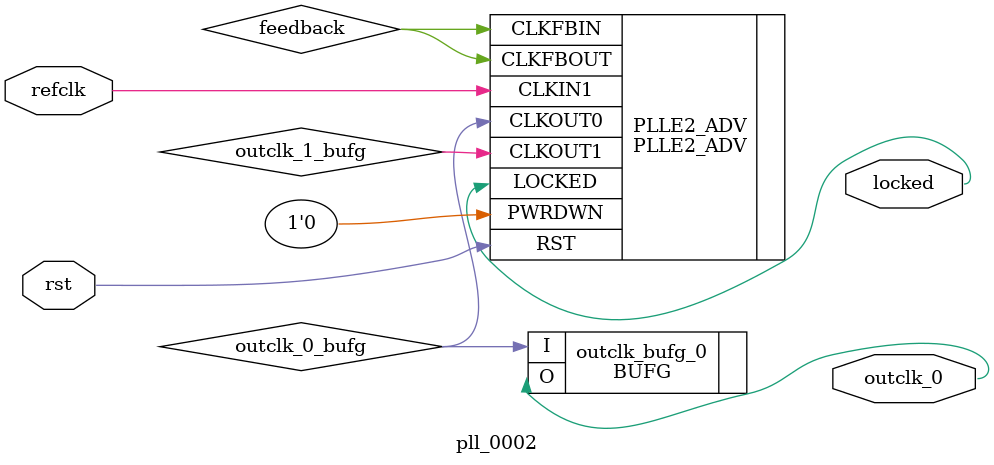
<source format=v>

`timescale 1ns/10ps
module  pll_0002(
	input wire refclk,
	input wire rst,
	output wire outclk_0,
	output wire locked
);

	wire feedback;

	wire outclk_0_bufg;
	
	PLLE2_ADV #(
		.CLKFBOUT_MULT(6'd32),
		.CLKIN1_PERIOD(20.0),
		.CLKOUT0_DIVIDE(7'd40), // 40 MHz ~= 50 MHz * 32 / 40
		.CLKOUT0_PHASE(1'd0),
		.DIVCLK_DIVIDE(1'd1),
		.REF_JITTER1(0.01),
		.STARTUP_WAIT("FALSE")
	) PLLE2_ADV (
		.CLKFBIN(feedback),
		.CLKIN1(refclk),
		.PWRDWN(1'b0),
		.RST(rst),
		.CLKFBOUT(feedback),
		.CLKOUT0(outclk_0_bufg),
		.CLKOUT1(outclk_1_bufg),
		.LOCKED(locked)
	);

	BUFG outclk_bufg_0 (.I(outclk_0_bufg), .O(outclk_0));
endmodule
</source>
